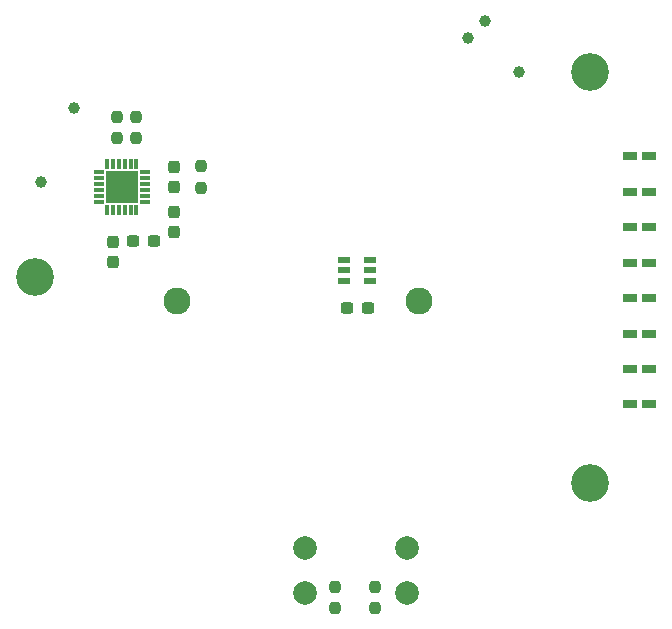
<source format=gts>
%TF.GenerationSoftware,KiCad,Pcbnew,8.0.0*%
%TF.CreationDate,2024-04-20T13:33:13+02:00*%
%TF.ProjectId,BAT2024,42415432-3032-4342-9e6b-696361645f70,1.0*%
%TF.SameCoordinates,Original*%
%TF.FileFunction,Soldermask,Top*%
%TF.FilePolarity,Negative*%
%FSLAX46Y46*%
G04 Gerber Fmt 4.6, Leading zero omitted, Abs format (unit mm)*
G04 Created by KiCad (PCBNEW 8.0.0) date 2024-04-20 13:33:13*
%MOMM*%
%LPD*%
G01*
G04 APERTURE LIST*
G04 Aperture macros list*
%AMRoundRect*
0 Rectangle with rounded corners*
0 $1 Rounding radius*
0 $2 $3 $4 $5 $6 $7 $8 $9 X,Y pos of 4 corners*
0 Add a 4 corners polygon primitive as box body*
4,1,4,$2,$3,$4,$5,$6,$7,$8,$9,$2,$3,0*
0 Add four circle primitives for the rounded corners*
1,1,$1+$1,$2,$3*
1,1,$1+$1,$4,$5*
1,1,$1+$1,$6,$7*
1,1,$1+$1,$8,$9*
0 Add four rect primitives between the rounded corners*
20,1,$1+$1,$2,$3,$4,$5,0*
20,1,$1+$1,$4,$5,$6,$7,0*
20,1,$1+$1,$6,$7,$8,$9,0*
20,1,$1+$1,$8,$9,$2,$3,0*%
G04 Aperture macros list end*
%ADD10R,1.200000X0.700000*%
%ADD11RoundRect,0.237500X-0.237500X0.250000X-0.237500X-0.250000X0.237500X-0.250000X0.237500X0.250000X0*%
%ADD12R,0.850000X0.300000*%
%ADD13R,0.300000X0.850000*%
%ADD14R,2.700000X2.700000*%
%ADD15RoundRect,0.237500X-0.237500X0.300000X-0.237500X-0.300000X0.237500X-0.300000X0.237500X0.300000X0*%
%ADD16RoundRect,0.237500X0.237500X-0.250000X0.237500X0.250000X-0.237500X0.250000X-0.237500X-0.250000X0*%
%ADD17R,1.032000X0.622000*%
%ADD18R,1.032000X0.500000*%
%ADD19RoundRect,0.237500X0.300000X0.237500X-0.300000X0.237500X-0.300000X-0.237500X0.300000X-0.237500X0*%
%ADD20RoundRect,0.237500X0.237500X-0.300000X0.237500X0.300000X-0.237500X0.300000X-0.237500X-0.300000X0*%
%ADD21C,2.280000*%
%ADD22C,3.200000*%
%ADD23C,1.000000*%
%ADD24C,0.990600*%
%ADD25C,2.010000*%
G04 APERTURE END LIST*
D10*
%TO.C,LED7*%
X139028000Y-65077999D03*
X137427998Y-65078001D03*
%TD*%
%TO.C,LED4*%
X139028000Y-56078000D03*
X137428000Y-56078000D03*
%TD*%
%TO.C,LED2*%
X139028000Y-50078000D03*
X137428000Y-50078000D03*
%TD*%
D11*
%TO.C,R8*%
X101128000Y-47915500D03*
X101128000Y-49740500D03*
%TD*%
D10*
%TO.C,LED1*%
X139028000Y-47078000D03*
X137428000Y-47078000D03*
%TD*%
%TO.C,LED6*%
X139028000Y-62077999D03*
X137428000Y-62078001D03*
%TD*%
D11*
%TO.C,R11*%
X93978000Y-43740500D03*
X93978000Y-45565500D03*
%TD*%
D10*
%TO.C,LED5*%
X139028000Y-59078000D03*
X137428000Y-59078000D03*
%TD*%
D12*
%TO.C,IC3*%
X96328000Y-50903000D03*
X96328000Y-50403000D03*
X96328000Y-49903000D03*
X96328000Y-49403000D03*
X96328000Y-48903000D03*
X96328000Y-48403000D03*
D13*
X95628000Y-47703000D03*
X95128000Y-47703000D03*
X94628000Y-47703000D03*
X94128000Y-47703000D03*
X93628000Y-47703000D03*
X93128000Y-47703000D03*
D12*
X92428000Y-48403000D03*
X92428000Y-48903000D03*
X92428000Y-49403000D03*
X92428000Y-49903000D03*
X92428000Y-50403000D03*
X92428000Y-50903000D03*
D13*
X93128000Y-51603000D03*
X93628000Y-51603000D03*
X94128000Y-51603000D03*
X94628000Y-51603000D03*
X95128000Y-51603000D03*
X95628000Y-51603000D03*
D14*
X94378000Y-49653000D03*
%TD*%
D15*
%TO.C,C3*%
X98795500Y-51790500D03*
X98795500Y-53515500D03*
%TD*%
D16*
%TO.C,R4*%
X112462000Y-85340500D03*
X112462000Y-83515500D03*
%TD*%
D11*
%TO.C,R10*%
X95578000Y-43740500D03*
X95578000Y-45565500D03*
%TD*%
D10*
%TO.C,LED3*%
X139028000Y-53078000D03*
X137428000Y-53078000D03*
%TD*%
D15*
%TO.C,C2*%
X93628000Y-54328000D03*
X93628000Y-56053000D03*
%TD*%
D10*
%TO.C,LED8*%
X139028000Y-68078000D03*
X137428000Y-68078000D03*
%TD*%
D16*
%TO.C,R3*%
X115828000Y-85340500D03*
X115828000Y-83515500D03*
%TD*%
D17*
%TO.C,MK1*%
X115438000Y-57596000D03*
D18*
X115438000Y-56712000D03*
D17*
X115438000Y-55828000D03*
X113228000Y-55828000D03*
D18*
X113228000Y-56712000D03*
D17*
X113228000Y-57596000D03*
%TD*%
D19*
%TO.C,C4*%
X97090500Y-54269000D03*
X95365500Y-54269000D03*
%TD*%
%TO.C,C9*%
X115195500Y-59928000D03*
X113470500Y-59928000D03*
%TD*%
D20*
%TO.C,C1*%
X98795500Y-49715500D03*
X98795500Y-47990500D03*
%TD*%
D21*
%TO.C,H1*%
X99028000Y-59328000D03*
X119518000Y-59328000D03*
%TD*%
D22*
%TO.C,H4*%
X134028000Y-74728000D03*
%TD*%
%TO.C,H2*%
X134028000Y-39928000D03*
%TD*%
%TO.C,H3*%
X87028000Y-57328000D03*
%TD*%
D23*
%TO.C,S1*%
X87545095Y-49234055D03*
X90310905Y-43021945D03*
%TD*%
D24*
%TO.C,J2*%
X128024051Y-39924051D03*
X123713528Y-37050369D03*
X125150369Y-35613528D03*
%TD*%
D25*
%TO.C,J1*%
X109888000Y-80228000D03*
X109888000Y-84028000D03*
X118528000Y-84028000D03*
X118528000Y-80228000D03*
%TD*%
M02*

</source>
